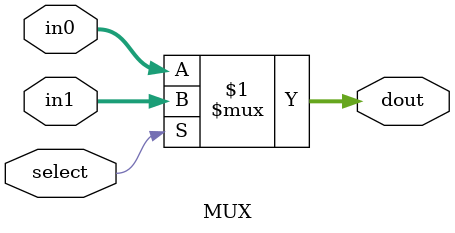
<source format=v>
module MUX(dout,in0,in1,select);
    input select;
    input [15:0] in0,in1;
    output[15:0] dout;
    
    assign dout=select?in1:in0;
endmodule

</source>
